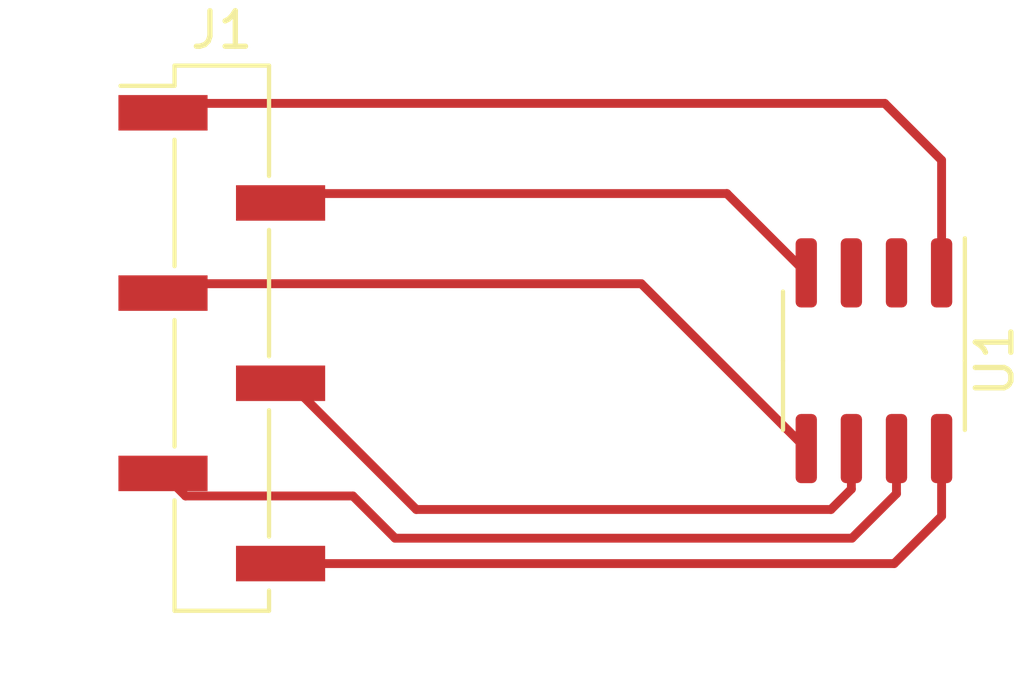
<source format=kicad_pcb>
(kicad_pcb (version 20221018) (generator pcbnew)
  (layers (0 "F.Cu" signal) (31 "B.Cu" signal) (34 "B.Paste" user) (35 "F.Paste" user) (36 "B.SilkS" user "B.Silkscreen") (37 "F.SilkS" user "F.Silkscreen") (38 "B.Mask" user) (39 "F.Mask" user) (44 "Edge.Cuts" user))
  (net 0 "")
  (net 1 "Net-(J1-Pin_2)")
  (net 4 "Net-(J1-Pin_1)")
  (net 5 "Net-(J1-Pin_5)")
  (net 6 "Net-(J1-Pin_4)")
  (net 7 "Net-(J1-Pin_3)")
  (net 8 "Net-(J1-Pin_6)")
  (footprint "Connector_PinHeader_2.54mm:PinHeader_1x06_P2.54mm_Vertical_SMD_Pin1Left" (layer "F.Cu") (at 122.675 74.93)
    (fp_text reference "J1" (at 0 -8.68) (layer "F.SilkS"))
    (fp_text value "Conn_01x06_Pin")
    (fp_line (start -1.33 -7.68) (end -1.33 -7.11) (stroke (width 0.12)) (layer "F.SilkS"))
    (fp_line (start -1.33 -7.68) (end 1.33 -7.68) (stroke (width 0.12)) (layer "F.SilkS"))
    (fp_line (start -1.33 -7.11) (end -2.85 -7.11) (stroke (width 0.12)) (layer "F.SilkS"))
    (fp_line (start -1.33 -5.59) (end -1.33 -2.03) (stroke (width 0.12)) (layer "F.SilkS"))
    (fp_line (start -1.33 -0.51) (end -1.33 3.05) (stroke (width 0.12)) (layer "F.SilkS"))
    (fp_line (start -1.33 4.57) (end -1.33 7.68) (stroke (width 0.12)) (layer "F.SilkS"))
    (fp_line (start -1.33 7.68) (end 1.33 7.68) (stroke (width 0.12)) (layer "F.SilkS"))
    (fp_line (start 1.33 -7.68) (end 1.33 -4.57) (stroke (width 0.12)) (layer "F.SilkS"))
    (fp_line (start 1.33 -3.05) (end 1.33 0.51) (stroke (width 0.12)) (layer "F.SilkS"))
    (fp_line (start 1.33 2.03) (end 1.33 5.59) (stroke (width 0.12)) (layer "F.SilkS"))
    (fp_line (start 1.33 7.11) (end 1.33 7.68) (stroke (width 0.12)) (layer "F.SilkS"))
    (pad "1" smd rect (at -1.655 -6.35) (size 2.51 1) (layers "F.Cu" "F.Paste" "F.Mask") (net 4 "Net-(J1-Pin_1)"))
    (pad "2" smd rect (at 1.655 -3.81) (size 2.51 1) (layers "F.Cu" "F.Paste" "F.Mask") (net 1 "Net-(J1-Pin_2)"))
    (pad "3" smd rect (at -1.655 -1.27) (size 2.51 1) (layers "F.Cu" "F.Paste" "F.Mask") (net 7 "Net-(J1-Pin_3)"))
    (pad "4" smd rect (at 1.655 1.27) (size 2.51 1) (layers "F.Cu" "F.Paste" "F.Mask") (net 6 "Net-(J1-Pin_4)"))
    (pad "5" smd rect (at -1.655 3.81) (size 2.51 1) (layers "F.Cu" "F.Paste" "F.Mask") (net 5 "Net-(J1-Pin_5)"))
    (pad "6" smd rect (at 1.655 6.35) (size 2.51 1) (layers "F.Cu" "F.Paste" "F.Mask") (net 8 "Net-(J1-Pin_6)"))
  )
  (footprint "Package_SO:SOIC-8_3.9x4.9mm_P1.27mm" (layer "F.Cu") (at 141.035 75.565 -90)
    (fp_text reference "U1" (at 0 -3.4 90) (layer "F.SilkS"))
    (fp_text value "ATtiny13A-SS")
    (fp_line (start 0 -2.56) (end -3.45 -2.56) (stroke (width 0.12)) (layer "F.SilkS"))
    (fp_line (start 0 -2.56) (end 1.95 -2.56) (stroke (width 0.12)) (layer "F.SilkS"))
    (fp_line (start 0 2.56) (end -1.95 2.56) (stroke (width 0.12)) (layer "F.SilkS"))
    (fp_line (start 0 2.56) (end 1.95 2.56) (stroke (width 0.12)) (layer "F.SilkS"))
    (pad "1" smd roundrect (at -2.475 -1.905 270) (size 1.95 0.6) (layers "F.Cu" "F.Paste" "F.Mask") (net 4 "Net-(J1-Pin_1)"))
    (pad "2" smd roundrect (at -2.475 -0.635 270) (size 1.95 0.6) (layers "F.Cu" "F.Paste" "F.Mask"))
    (pad "3" smd roundrect (at -2.475 0.635 270) (size 1.95 0.6) (layers "F.Cu" "F.Paste" "F.Mask"))
    (pad "4" smd roundrect (at -2.475 1.905 270) (size 1.95 0.6) (layers "F.Cu" "F.Paste" "F.Mask") (net 1 "Net-(J1-Pin_2)"))
    (pad "5" smd roundrect (at 2.475 1.905 270) (size 1.95 0.6) (layers "F.Cu" "F.Paste" "F.Mask") (net 7 "Net-(J1-Pin_3)"))
    (pad "6" smd roundrect (at 2.475 0.635 270) (size 1.95 0.6) (layers "F.Cu" "F.Paste" "F.Mask") (net 6 "Net-(J1-Pin_4)"))
    (pad "7" smd roundrect (at 2.475 -0.635 270) (size 1.95 0.6) (layers "F.Cu" "F.Paste" "F.Mask") (net 5 "Net-(J1-Pin_5)"))
    (pad "8" smd roundrect (at 2.475 -1.905 270) (size 1.95 0.6) (layers "F.Cu" "F.Paste" "F.Mask") (net 8 "Net-(J1-Pin_6)"))
  )
  (segment (start 124.33 71.12) (end 124.595 70.855) (width 0.25) (layer "F.Cu") (net 1))
  (segment (start 124.595 70.855) (end 136.895 70.855) (width 0.25) (layer "F.Cu") (net 1))
  (segment (start 136.895 70.855) (end 139.13 73.09) (width 0.25) (layer "F.Cu") (net 1))
  (segment (start 142.94 73.09) (end 142.94 69.915) (width 0.25) (layer "F.Cu") (net 4))
  (segment (start 141.34 68.315) (end 121.285 68.315) (width 0.25) (layer "F.Cu") (net 4))
  (segment (start 121.285 68.315) (end 121.02 68.58) (width 0.25) (layer "F.Cu") (net 4))
  (segment (start 142.94 69.915) (end 141.34 68.315) (width 0.25) (layer "F.Cu") (net 4))
  (segment (start 141.67 78.04) (end 141.67 79.31) (width 0.25) (layer "F.Cu") (net 5))
  (segment (start 141.67 79.31) (end 140.415 80.565) (width 0.25) (layer "F.Cu") (net 5))
  (segment (start 121.655 79.375) (end 121.02 78.74) (width 0.25) (layer "F.Cu") (net 5))
  (segment (start 126.365 79.375) (end 121.655 79.375) (width 0.25) (layer "F.Cu") (net 5))
  (segment (start 140.415 80.565) (end 127.555 80.565) (width 0.25) (layer "F.Cu") (net 5))
  (segment (start 127.555 80.565) (end 126.365 79.375) (width 0.25) (layer "F.Cu") (net 5))
  (segment (start 128.151 79.756) (end 124.595 76.2) (width 0.25) (layer "F.Cu") (net 6))
  (segment (start 140.4 79.180875) (end 139.824875 79.756) (width 0.25) (layer "F.Cu") (net 6))
  (segment (start 139.824875 79.756) (end 128.151 79.756) (width 0.25) (layer "F.Cu") (net 6))
  (segment (start 124.595 76.2) (end 124.33 76.2) (width 0.25) (layer "F.Cu") (net 6))
  (segment (start 140.4 78.04) (end 140.4 79.180875) (width 0.25) (layer "F.Cu") (net 6))
  (segment (start 121.02 73.66) (end 121.285 73.395) (width 0.25) (layer "F.Cu") (net 7))
  (segment (start 134.485 73.395) (end 139.13 78.04) (width 0.25) (layer "F.Cu") (net 7))
  (segment (start 121.285 73.395) (end 134.485 73.395) (width 0.25) (layer "F.Cu") (net 7))
  (segment (start 142.94 79.945) (end 141.605 81.28) (width 0.25) (layer "F.Cu") (net 8))
  (segment (start 124.595 81.28) (end 124.33 81.015) (width 0.25) (layer "F.Cu") (net 8))
  (segment (start 142.94 78.04) (end 142.94 79.945) (width 0.25) (layer "F.Cu") (net 8))
  (segment (start 141.605 81.28) (end 124.595 81.28) (width 0.25) (layer "F.Cu") (net 8))
)
</source>
